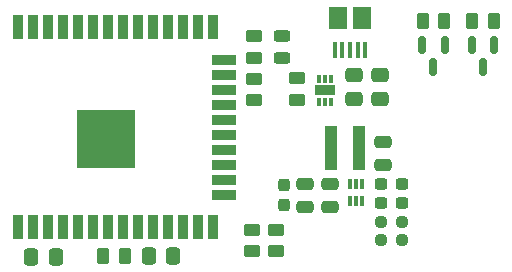
<source format=gbr>
%TF.GenerationSoftware,KiCad,Pcbnew,(6.0.0)*%
%TF.CreationDate,2022-12-29T02:02:28+02:00*%
%TF.ProjectId,greenhouse-doc,67726565-6e68-46f7-9573-652d646f632e,rev?*%
%TF.SameCoordinates,Original*%
%TF.FileFunction,Paste,Top*%
%TF.FilePolarity,Positive*%
%FSLAX46Y46*%
G04 Gerber Fmt 4.6, Leading zero omitted, Abs format (unit mm)*
G04 Created by KiCad (PCBNEW (6.0.0)) date 2022-12-29 02:02:28*
%MOMM*%
%LPD*%
G01*
G04 APERTURE LIST*
G04 Aperture macros list*
%AMRoundRect*
0 Rectangle with rounded corners*
0 $1 Rounding radius*
0 $2 $3 $4 $5 $6 $7 $8 $9 X,Y pos of 4 corners*
0 Add a 4 corners polygon primitive as box body*
4,1,4,$2,$3,$4,$5,$6,$7,$8,$9,$2,$3,0*
0 Add four circle primitives for the rounded corners*
1,1,$1+$1,$2,$3*
1,1,$1+$1,$4,$5*
1,1,$1+$1,$6,$7*
1,1,$1+$1,$8,$9*
0 Add four rect primitives between the rounded corners*
20,1,$1+$1,$2,$3,$4,$5,0*
20,1,$1+$1,$4,$5,$6,$7,0*
20,1,$1+$1,$6,$7,$8,$9,0*
20,1,$1+$1,$8,$9,$2,$3,0*%
G04 Aperture macros list end*
%ADD10RoundRect,0.250000X-0.262500X-0.450000X0.262500X-0.450000X0.262500X0.450000X-0.262500X0.450000X0*%
%ADD11RoundRect,0.250000X0.475000X-0.337500X0.475000X0.337500X-0.475000X0.337500X-0.475000X-0.337500X0*%
%ADD12RoundRect,0.237500X0.250000X0.237500X-0.250000X0.237500X-0.250000X-0.237500X0.250000X-0.237500X0*%
%ADD13R,0.980000X3.700000*%
%ADD14RoundRect,0.250000X0.262500X0.450000X-0.262500X0.450000X-0.262500X-0.450000X0.262500X-0.450000X0*%
%ADD15RoundRect,0.250000X-0.450000X0.262500X-0.450000X-0.262500X0.450000X-0.262500X0.450000X0.262500X0*%
%ADD16RoundRect,0.250000X-0.337500X-0.475000X0.337500X-0.475000X0.337500X0.475000X-0.337500X0.475000X0*%
%ADD17RoundRect,0.237500X-0.250000X-0.237500X0.250000X-0.237500X0.250000X0.237500X-0.250000X0.237500X0*%
%ADD18RoundRect,0.250000X0.475000X-0.250000X0.475000X0.250000X-0.475000X0.250000X-0.475000X-0.250000X0*%
%ADD19R,0.300000X0.950000*%
%ADD20RoundRect,0.150000X-0.150000X0.587500X-0.150000X-0.587500X0.150000X-0.587500X0.150000X0.587500X0*%
%ADD21R,0.400000X1.350000*%
%ADD22R,1.500000X1.900000*%
%ADD23RoundRect,0.237500X-0.300000X-0.237500X0.300000X-0.237500X0.300000X0.237500X-0.300000X0.237500X0*%
%ADD24R,5.000000X5.000000*%
%ADD25R,0.900000X2.000000*%
%ADD26R,2.000000X0.900000*%
%ADD27RoundRect,0.250000X0.337500X0.475000X-0.337500X0.475000X-0.337500X-0.475000X0.337500X-0.475000X0*%
%ADD28RoundRect,0.237500X0.300000X0.237500X-0.300000X0.237500X-0.300000X-0.237500X0.300000X-0.237500X0*%
%ADD29R,0.300000X0.700000*%
%ADD30R,1.800000X0.900000*%
%ADD31RoundRect,0.250000X-0.475000X0.337500X-0.475000X-0.337500X0.475000X-0.337500X0.475000X0.337500X0*%
%ADD32RoundRect,0.250000X-0.475000X0.250000X-0.475000X-0.250000X0.475000X-0.250000X0.475000X0.250000X0*%
%ADD33RoundRect,0.243750X-0.456250X0.243750X-0.456250X-0.243750X0.456250X-0.243750X0.456250X0.243750X0*%
%ADD34RoundRect,0.237500X-0.237500X0.300000X-0.237500X-0.300000X0.237500X-0.300000X0.237500X0.300000X0*%
%ADD35RoundRect,0.250000X0.450000X-0.262500X0.450000X0.262500X-0.450000X0.262500X-0.450000X-0.262500X0*%
G04 APERTURE END LIST*
D10*
%TO.C,R6*%
X132487500Y-57600000D03*
X134312500Y-57600000D03*
%TD*%
D11*
%TO.C,C3*%
X124650000Y-64237500D03*
X124650000Y-62162500D03*
%TD*%
D12*
%TO.C,R9*%
X124750000Y-76180000D03*
X126575000Y-76180000D03*
%TD*%
D13*
%TO.C,L1*%
X120565000Y-68400000D03*
X122935000Y-68400000D03*
%TD*%
D14*
%TO.C,R7*%
X103062500Y-77550000D03*
X101237500Y-77550000D03*
%TD*%
D15*
%TO.C,R2*%
X115850000Y-75300000D03*
X115850000Y-77125000D03*
%TD*%
D16*
%TO.C,C4*%
X105112500Y-77500000D03*
X107187500Y-77500000D03*
%TD*%
D17*
%TO.C,R8*%
X124737500Y-74600000D03*
X126562500Y-74600000D03*
%TD*%
D18*
%TO.C,C5*%
X124950000Y-69800000D03*
X124950000Y-67900000D03*
%TD*%
D19*
%TO.C,IC2*%
X123150000Y-71400000D03*
X122650000Y-71400000D03*
X122150000Y-71400000D03*
X122150000Y-72900000D03*
X122650000Y-72900000D03*
X123150000Y-72900000D03*
%TD*%
D20*
%TO.C,Q1*%
X134350000Y-59662500D03*
X132450000Y-59662500D03*
X133400000Y-61537500D03*
%TD*%
D21*
%TO.C,J1*%
X123450000Y-60062500D03*
X122800000Y-60062500D03*
X122150000Y-60062500D03*
X121500000Y-60062500D03*
X120850000Y-60062500D03*
D22*
X123150000Y-57362500D03*
X121150000Y-57362500D03*
%TD*%
D20*
%TO.C,Q2*%
X130150000Y-59662500D03*
X128250000Y-59662500D03*
X129200000Y-61537500D03*
%TD*%
D15*
%TO.C,R4*%
X114000000Y-58887500D03*
X114000000Y-60712500D03*
%TD*%
D23*
%TO.C,C6*%
X124787500Y-71400000D03*
X126512500Y-71400000D03*
%TD*%
D24*
%TO.C,U1*%
X101495000Y-67600000D03*
D25*
X93995000Y-58100000D03*
X95265000Y-58100000D03*
X96535000Y-58100000D03*
X97805000Y-58100000D03*
X99075000Y-58100000D03*
X100345000Y-58100000D03*
X101615000Y-58100000D03*
X102885000Y-58100000D03*
X104155000Y-58100000D03*
X105425000Y-58100000D03*
X106695000Y-58100000D03*
X107965000Y-58100000D03*
X109235000Y-58100000D03*
X110505000Y-58100000D03*
D26*
X111505000Y-60885000D03*
X111505000Y-62155000D03*
X111505000Y-63425000D03*
X111505000Y-64695000D03*
X111505000Y-65965000D03*
X111505000Y-67235000D03*
X111505000Y-68505000D03*
X111505000Y-69775000D03*
X111505000Y-71045000D03*
X111505000Y-72315000D03*
D25*
X110505000Y-75100000D03*
X109235000Y-75100000D03*
X107965000Y-75100000D03*
X106695000Y-75100000D03*
X105425000Y-75100000D03*
X104155000Y-75100000D03*
X102885000Y-75100000D03*
X101615000Y-75100000D03*
X100345000Y-75100000D03*
X99075000Y-75100000D03*
X97805000Y-75100000D03*
X96535000Y-75100000D03*
X95265000Y-75100000D03*
X93995000Y-75100000D03*
%TD*%
D27*
%TO.C,C2*%
X97237500Y-77600000D03*
X95162500Y-77600000D03*
%TD*%
D10*
%TO.C,R10*%
X128287500Y-57600000D03*
X130112500Y-57600000D03*
%TD*%
D28*
%TO.C,C10*%
X126512500Y-73030000D03*
X124787500Y-73030000D03*
%TD*%
D29*
%TO.C,IC1*%
X120550000Y-62500000D03*
X120050000Y-62500000D03*
X119550000Y-62500000D03*
X119550000Y-64500000D03*
X120050000Y-64500000D03*
X120550000Y-64500000D03*
D30*
X120050000Y-63500000D03*
%TD*%
D31*
%TO.C,C1*%
X122500000Y-62162500D03*
X122500000Y-64237500D03*
%TD*%
D15*
%TO.C,R1*%
X117650000Y-62487500D03*
X117650000Y-64312500D03*
%TD*%
D32*
%TO.C,C8*%
X120450000Y-71450000D03*
X120450000Y-73350000D03*
%TD*%
D33*
%TO.C,D1*%
X116350000Y-58862500D03*
X116350000Y-60737500D03*
%TD*%
D32*
%TO.C,C9*%
X118350000Y-71450000D03*
X118350000Y-73350000D03*
%TD*%
D15*
%TO.C,R5*%
X114000000Y-62500000D03*
X114000000Y-64325000D03*
%TD*%
D34*
%TO.C,C7*%
X116550000Y-71487500D03*
X116550000Y-73212500D03*
%TD*%
D35*
%TO.C,R3*%
X113850000Y-77125000D03*
X113850000Y-75300000D03*
%TD*%
M02*

</source>
